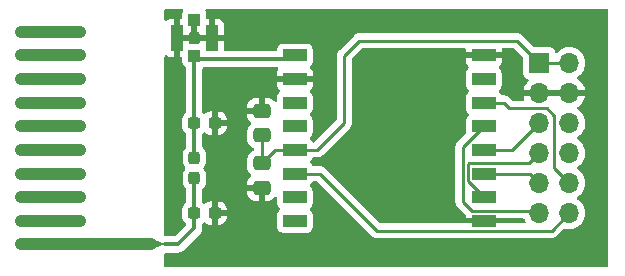
<source format=gbr>
%TF.GenerationSoftware,KiCad,Pcbnew,(6.0.7)*%
%TF.CreationDate,2022-10-03T21:19:44+02:00*%
%TF.ProjectId,RFM9xW_868_PMOD,52464d39-7857-45f3-9836-385f504d4f44,rev?*%
%TF.SameCoordinates,Original*%
%TF.FileFunction,Copper,L1,Top*%
%TF.FilePolarity,Positive*%
%FSLAX46Y46*%
G04 Gerber Fmt 4.6, Leading zero omitted, Abs format (unit mm)*
G04 Created by KiCad (PCBNEW (6.0.7)) date 2022-10-03 21:19:44*
%MOMM*%
%LPD*%
G01*
G04 APERTURE LIST*
G04 Aperture macros list*
%AMRoundRect*
0 Rectangle with rounded corners*
0 $1 Rounding radius*
0 $2 $3 $4 $5 $6 $7 $8 $9 X,Y pos of 4 corners*
0 Add a 4 corners polygon primitive as box body*
4,1,4,$2,$3,$4,$5,$6,$7,$8,$9,$2,$3,0*
0 Add four circle primitives for the rounded corners*
1,1,$1+$1,$2,$3*
1,1,$1+$1,$4,$5*
1,1,$1+$1,$6,$7*
1,1,$1+$1,$8,$9*
0 Add four rect primitives between the rounded corners*
20,1,$1+$1,$2,$3,$4,$5,0*
20,1,$1+$1,$4,$5,$6,$7,0*
20,1,$1+$1,$6,$7,$8,$9,0*
20,1,$1+$1,$8,$9,$2,$3,0*%
%AMOutline4P*
0 Free polygon, 4 corners , with rotation*
0 The origin of the aperture is its center*
0 number of corners: always 4*
0 $1 to $8 corner X, Y*
0 $9 Rotation angle, in degrees counterclockwise*
0 create outline with 4 corners*
4,1,4,$1,$2,$3,$4,$5,$6,$7,$8,$1,$2,$9*%
G04 Aperture macros list end*
%TA.AperFunction,EtchedComponent*%
%ADD10C,1.000000*%
%TD*%
%TA.AperFunction,ComponentPad*%
%ADD11R,1.700000X1.700000*%
%TD*%
%TA.AperFunction,ComponentPad*%
%ADD12O,1.700000X1.700000*%
%TD*%
%TA.AperFunction,SMDPad,CuDef*%
%ADD13RoundRect,0.237500X-0.300000X-0.237500X0.300000X-0.237500X0.300000X0.237500X-0.300000X0.237500X0*%
%TD*%
%TA.AperFunction,SMDPad,CuDef*%
%ADD14RoundRect,0.250000X0.475000X-0.337500X0.475000X0.337500X-0.475000X0.337500X-0.475000X-0.337500X0*%
%TD*%
%TA.AperFunction,SMDPad,CuDef*%
%ADD15RoundRect,0.237500X-0.237500X0.287500X-0.237500X-0.287500X0.237500X-0.287500X0.237500X0.287500X0*%
%TD*%
%TA.AperFunction,SMDPad,CuDef*%
%ADD16R,2.000000X1.000000*%
%TD*%
%TA.AperFunction,SMDPad,CuDef*%
%ADD17R,1.000000X1.000000*%
%TD*%
%TA.AperFunction,SMDPad,CuDef*%
%ADD18R,1.050000X2.200000*%
%TD*%
%TA.AperFunction,ComponentPad*%
%ADD19C,1.000000*%
%TD*%
%TA.AperFunction,SMDPad,CuDef*%
%ADD20Outline4P,-0.350000X-0.400000X0.350000X-0.400000X0.050000X0.400000X-0.050000X0.400000X270.000000*%
%TD*%
%TA.AperFunction,SMDPad,CuDef*%
%ADD21RoundRect,0.250000X-0.475000X0.337500X-0.475000X-0.337500X0.475000X-0.337500X0.475000X0.337500X0*%
%TD*%
%TA.AperFunction,Conductor*%
%ADD22C,0.250000*%
%TD*%
%TA.AperFunction,Conductor*%
%ADD23C,0.380000*%
%TD*%
G04 APERTURE END LIST*
D10*
%TO.C,AE1*%
X105960000Y-50530000D02*
X110960000Y-50530000D01*
X105960000Y-40530000D02*
X110960000Y-40530000D01*
X105960000Y-46530000D02*
X110960000Y-46530000D01*
X116960000Y-58530000D02*
X105960000Y-58530000D01*
X105960000Y-44530000D02*
X110960000Y-44530000D01*
X105960000Y-56530000D02*
X110960000Y-56530000D01*
X105960000Y-48530000D02*
X110960000Y-48530000D01*
X105960000Y-54530000D02*
X110960000Y-54530000D01*
X105960000Y-42530000D02*
X110960000Y-42530000D01*
X105960000Y-52530000D02*
X110960000Y-52530000D01*
%TD*%
D11*
%TO.P,J1,1,Pin_1*%
%TO.N,VCC*%
X149860000Y-43180000D03*
D12*
%TO.P,J1,2,Pin_2*%
X152400000Y-43180000D03*
%TO.P,J1,3,Pin_3*%
%TO.N,GND*%
X149860000Y-45720000D03*
%TO.P,J1,4,Pin_4*%
X152400000Y-45720000D03*
%TO.P,J1,5,Pin_5*%
%TO.N,SCK*%
X149860000Y-48260000D03*
%TO.P,J1,6,Pin_6*%
%TO.N,unconnected-(J1-Pad6)*%
X152400000Y-48260000D03*
%TO.P,J1,7,Pin_7*%
%TO.N,MISO*%
X149860000Y-50800000D03*
%TO.P,J1,8,Pin_8*%
%TO.N,unconnected-(J1-Pad8)*%
X152400000Y-50800000D03*
%TO.P,J1,9,Pin_9*%
%TO.N,MOSI*%
X149860000Y-53340000D03*
%TO.P,J1,10,Pin_10*%
%TO.N,nRESET*%
X152400000Y-53340000D03*
%TO.P,J1,11,Pin_11*%
%TO.N,nCS*%
X149860000Y-55880000D03*
%TO.P,J1,12,Pin_12*%
%TO.N,DIO0*%
X152400000Y-55880000D03*
%TD*%
D13*
%TO.P,C3,1*%
%TO.N,Net-(C3-Pad1)*%
X120650000Y-48260000D03*
%TO.P,C3,2*%
%TO.N,GND*%
X122375000Y-48260000D03*
%TD*%
D14*
%TO.P,C1,1*%
%TO.N,VCC*%
X126365000Y-49297500D03*
%TO.P,C1,2*%
%TO.N,GND*%
X126365000Y-47222500D03*
%TD*%
D15*
%TO.P,L1,1*%
%TO.N,Net-(C3-Pad1)*%
X120650000Y-51195000D03*
%TO.P,L1,2*%
%TO.N,Net-(AE1-Pad1)*%
X120650000Y-52945000D03*
%TD*%
D16*
%TO.P,U1,1,GND*%
%TO.N,GND*%
X145160000Y-56530000D03*
%TO.P,U1,2,MISO*%
%TO.N,MISO*%
X145160000Y-54530000D03*
%TO.P,U1,3,MOSI*%
%TO.N,MOSI*%
X145160000Y-52530000D03*
%TO.P,U1,4,SCK*%
%TO.N,SCK*%
X145160000Y-50530000D03*
%TO.P,U1,5,NSS*%
%TO.N,nCS*%
X145160000Y-48530000D03*
%TO.P,U1,6,RESET*%
%TO.N,nRESET*%
X145160000Y-46530000D03*
%TO.P,U1,7,DIO5*%
%TO.N,unconnected-(U1-Pad7)*%
X145160000Y-44530000D03*
%TO.P,U1,8,GND*%
%TO.N,GND*%
X145160000Y-42530000D03*
%TO.P,U1,9,ANT*%
%TO.N,Net-(C3-Pad1)*%
X129160000Y-42530000D03*
%TO.P,U1,10,GND*%
%TO.N,GND*%
X129160000Y-44530000D03*
%TO.P,U1,11,DIO3*%
%TO.N,unconnected-(U1-Pad11)*%
X129160000Y-46530000D03*
%TO.P,U1,12,DIO4*%
%TO.N,unconnected-(U1-Pad12)*%
X129160000Y-48530000D03*
%TO.P,U1,13,3.3V*%
%TO.N,VCC*%
X129160000Y-50530000D03*
%TO.P,U1,14,DIO0*%
%TO.N,DIO0*%
X129160000Y-52530000D03*
%TO.P,U1,15,DIO1*%
%TO.N,unconnected-(U1-Pad15)*%
X129160000Y-54530000D03*
%TO.P,U1,16,DIO2*%
%TO.N,unconnected-(U1-Pad16)*%
X129160000Y-56530000D03*
%TD*%
D13*
%TO.P,C4,1*%
%TO.N,Net-(AE1-Pad1)*%
X120650000Y-55880000D03*
%TO.P,C4,2*%
%TO.N,GND*%
X122375000Y-55880000D03*
%TD*%
D17*
%TO.P,J2,1,In*%
%TO.N,Net-(C3-Pad1)*%
X120650000Y-42545000D03*
%TO.P,J2,2,Ext*%
%TO.N,GND*%
X120650000Y-39545000D03*
D18*
X122125000Y-41045000D03*
X119175000Y-41045000D03*
%TD*%
D19*
%TO.P,AE1,*%
%TO.N,*%
X105960000Y-44530000D03*
X110960000Y-56530000D03*
X110960000Y-54530000D03*
X110960000Y-46530000D03*
X110960000Y-40530000D03*
X105960000Y-46530000D03*
X105960000Y-52530000D03*
X105960000Y-48530000D03*
X105960000Y-54530000D03*
X105960000Y-58530000D03*
X105960000Y-56530000D03*
X105960000Y-50530000D03*
X110960000Y-48530000D03*
X110960000Y-44530000D03*
X105960000Y-40530000D03*
X110960000Y-42530000D03*
X110960000Y-50530000D03*
X110960000Y-52530000D03*
X105960000Y-42530000D03*
D20*
%TO.P,AE1,1,A*%
%TO.N,Net-(AE1-Pad1)*%
X117660000Y-58530000D03*
%TD*%
D21*
%TO.P,C2,1*%
%TO.N,VCC*%
X126365000Y-51667500D03*
%TO.P,C2,2*%
%TO.N,GND*%
X126365000Y-53742500D03*
%TD*%
D22*
%TO.N,DIO0*%
X131270000Y-52530000D02*
X136095000Y-57355000D01*
X150925000Y-57355000D02*
X152400000Y-55880000D01*
X129160000Y-52530000D02*
X131270000Y-52530000D01*
X136095000Y-57355000D02*
X150925000Y-57355000D01*
%TO.N,nRESET*%
X150495000Y-46990000D02*
X147320000Y-46990000D01*
X151130000Y-52070000D02*
X151130000Y-47625000D01*
X147320000Y-46990000D02*
X146860000Y-46530000D01*
X152400000Y-53340000D02*
X151130000Y-52070000D01*
X151130000Y-47625000D02*
X150495000Y-46990000D01*
X146860000Y-46530000D02*
X145160000Y-46530000D01*
%TO.N,nCS*%
X144145000Y-55705000D02*
X149685000Y-55705000D01*
X149685000Y-55705000D02*
X149860000Y-55880000D01*
X143385000Y-54945000D02*
X144145000Y-55705000D01*
X145160000Y-48530000D02*
X143385000Y-50305000D01*
X143385000Y-50305000D02*
X143385000Y-54945000D01*
%TO.N,SCK*%
X147590000Y-50530000D02*
X149860000Y-48260000D01*
X145160000Y-50530000D02*
X147590000Y-50530000D01*
%TO.N,MOSI*%
X149050000Y-52530000D02*
X149860000Y-53340000D01*
X145160000Y-52530000D02*
X149050000Y-52530000D01*
%TO.N,MISO*%
X143835000Y-51745000D02*
X143930000Y-51650000D01*
X145160000Y-54530000D02*
X143835000Y-53205000D01*
X143930000Y-51650000D02*
X149010000Y-51650000D01*
X149010000Y-51650000D02*
X149860000Y-50800000D01*
X143835000Y-53205000D02*
X143835000Y-51745000D01*
%TO.N,VCC*%
X147955000Y-41275000D02*
X149860000Y-43180000D01*
X134620000Y-41275000D02*
X147955000Y-41275000D01*
X133350000Y-48260000D02*
X133350000Y-42545000D01*
X126365000Y-51667500D02*
X126365000Y-49297500D01*
X126365000Y-51667500D02*
X127502500Y-50530000D01*
X152400000Y-43180000D02*
X149860000Y-43180000D01*
X131080000Y-50530000D02*
X133350000Y-48260000D01*
X129160000Y-50530000D02*
X131080000Y-50530000D01*
X127502500Y-50530000D02*
X129160000Y-50530000D01*
X133350000Y-42545000D02*
X134620000Y-41275000D01*
D23*
%TO.N,Net-(AE1-Pad1)*%
X120650000Y-57150000D02*
X119270000Y-58530000D01*
X119270000Y-58530000D02*
X118150000Y-58530000D01*
X120650000Y-52945000D02*
X120650000Y-55880000D01*
X120650000Y-55880000D02*
X120650000Y-57150000D01*
%TO.N,Net-(C3-Pad1)*%
X127925000Y-42835000D02*
X128855000Y-42835000D01*
X123050000Y-42835000D02*
X120940000Y-42835000D01*
X120940000Y-42835000D02*
X120650000Y-42545000D01*
X120650000Y-48260000D02*
X120650000Y-42545000D01*
X123050000Y-42835000D02*
X127925000Y-42835000D01*
X128855000Y-42835000D02*
X129160000Y-42530000D01*
X120650000Y-48260000D02*
X120650000Y-51195000D01*
%TD*%
%TA.AperFunction,Conductor*%
%TO.N,GND*%
G36*
X119665192Y-38620502D02*
G01*
X119711685Y-38674158D01*
X119721789Y-38744432D01*
X119707590Y-38787010D01*
X119696678Y-38806940D01*
X119651522Y-38927394D01*
X119647895Y-38942649D01*
X119642369Y-38993514D01*
X119642000Y-39000328D01*
X119642000Y-39311000D01*
X119621998Y-39379121D01*
X119568342Y-39425614D01*
X119516000Y-39437000D01*
X119447115Y-39437000D01*
X119431876Y-39441475D01*
X119430671Y-39442865D01*
X119429000Y-39450548D01*
X119429000Y-40772885D01*
X119433475Y-40788124D01*
X119434865Y-40789329D01*
X119442548Y-40791000D01*
X120189884Y-40791000D01*
X120205123Y-40786525D01*
X120206328Y-40785135D01*
X120207999Y-40777452D01*
X120207999Y-40679000D01*
X120228001Y-40610879D01*
X120281657Y-40564386D01*
X120333999Y-40553000D01*
X120377885Y-40553000D01*
X120393124Y-40548525D01*
X120394329Y-40547135D01*
X120396000Y-40539452D01*
X120396000Y-39417000D01*
X120416002Y-39348879D01*
X120469658Y-39302386D01*
X120522000Y-39291000D01*
X120778000Y-39291000D01*
X120846121Y-39311002D01*
X120892614Y-39364658D01*
X120904000Y-39417000D01*
X120904000Y-40534884D01*
X120908475Y-40550123D01*
X120909865Y-40551328D01*
X120917548Y-40552999D01*
X120966000Y-40552999D01*
X121034121Y-40573001D01*
X121080614Y-40626657D01*
X121092000Y-40678999D01*
X121092000Y-40772885D01*
X121096475Y-40788124D01*
X121097865Y-40789329D01*
X121105548Y-40791000D01*
X121852885Y-40791000D01*
X121868124Y-40786525D01*
X121869329Y-40785135D01*
X121871000Y-40777452D01*
X121871000Y-40772885D01*
X122379000Y-40772885D01*
X122383475Y-40788124D01*
X122384865Y-40789329D01*
X122392548Y-40791000D01*
X123139884Y-40791000D01*
X123155123Y-40786525D01*
X123156328Y-40785135D01*
X123157999Y-40777452D01*
X123157999Y-39900331D01*
X123157629Y-39893510D01*
X123152105Y-39842648D01*
X123148479Y-39827396D01*
X123103324Y-39706946D01*
X123094786Y-39691351D01*
X123018285Y-39589276D01*
X123005724Y-39576715D01*
X122903649Y-39500214D01*
X122888054Y-39491676D01*
X122767606Y-39446522D01*
X122752351Y-39442895D01*
X122701486Y-39437369D01*
X122694672Y-39437000D01*
X122397115Y-39437000D01*
X122381876Y-39441475D01*
X122380671Y-39442865D01*
X122379000Y-39450548D01*
X122379000Y-40772885D01*
X121871000Y-40772885D01*
X121871000Y-39455116D01*
X121866525Y-39439877D01*
X121865135Y-39438672D01*
X121857452Y-39437001D01*
X121783999Y-39437001D01*
X121715878Y-39416999D01*
X121669385Y-39363343D01*
X121657999Y-39311001D01*
X121657999Y-39000331D01*
X121657629Y-38993510D01*
X121652105Y-38942648D01*
X121648479Y-38927396D01*
X121603322Y-38806940D01*
X121592410Y-38787010D01*
X121577240Y-38717653D01*
X121601976Y-38651105D01*
X121658764Y-38608494D01*
X121702929Y-38600500D01*
X155583500Y-38600500D01*
X155651621Y-38620502D01*
X155698114Y-38674158D01*
X155709500Y-38726500D01*
X155709500Y-60333500D01*
X155689498Y-60401621D01*
X155635842Y-60448114D01*
X155583500Y-60459500D01*
X118236000Y-60459500D01*
X118167879Y-60439498D01*
X118121386Y-60385842D01*
X118110000Y-60333500D01*
X118110000Y-59346500D01*
X118130002Y-59278379D01*
X118183658Y-59231886D01*
X118236000Y-59220500D01*
X119241715Y-59220500D01*
X119250284Y-59220792D01*
X119306403Y-59224618D01*
X119313879Y-59223313D01*
X119313883Y-59223313D01*
X119367661Y-59213927D01*
X119374187Y-59212964D01*
X119428372Y-59206407D01*
X119428380Y-59206405D01*
X119435917Y-59205493D01*
X119443021Y-59202809D01*
X119447269Y-59201765D01*
X119459338Y-59198463D01*
X119463551Y-59197191D01*
X119471042Y-59195884D01*
X119478001Y-59192829D01*
X119478005Y-59192828D01*
X119527981Y-59170890D01*
X119534077Y-59168402D01*
X119592255Y-59146418D01*
X119598512Y-59142117D01*
X119602360Y-59140106D01*
X119613350Y-59133989D01*
X119617116Y-59131762D01*
X119624075Y-59128707D01*
X119673414Y-59090847D01*
X119678723Y-59086990D01*
X119729989Y-59051756D01*
X119770326Y-59006483D01*
X119775306Y-59001208D01*
X121118254Y-57658261D01*
X121124520Y-57652407D01*
X121161185Y-57620422D01*
X121166910Y-57615428D01*
X121202670Y-57564547D01*
X121206602Y-57559253D01*
X121229147Y-57530500D01*
X121244967Y-57510324D01*
X121248092Y-57503403D01*
X121250347Y-57499680D01*
X121256565Y-57488779D01*
X121258638Y-57484912D01*
X121263009Y-57478693D01*
X121285601Y-57420747D01*
X121288146Y-57414692D01*
X121310619Y-57364921D01*
X121310619Y-57364920D01*
X121313742Y-57358004D01*
X121315126Y-57350540D01*
X121316421Y-57346406D01*
X121319867Y-57334313D01*
X121320960Y-57330055D01*
X121323718Y-57322981D01*
X121331836Y-57261322D01*
X121332862Y-57254847D01*
X121344199Y-57193676D01*
X121340709Y-57133145D01*
X121340500Y-57125892D01*
X121340500Y-56813959D01*
X121360502Y-56745838D01*
X121400199Y-56706814D01*
X121405299Y-56703658D01*
X121405301Y-56703656D01*
X121411528Y-56699803D01*
X121418109Y-56693210D01*
X121419311Y-56692553D01*
X121422437Y-56690075D01*
X121422861Y-56690610D01*
X121480390Y-56659129D01*
X121551210Y-56664129D01*
X121596301Y-56693050D01*
X121604628Y-56701362D01*
X121616040Y-56710375D01*
X121751563Y-56793912D01*
X121764741Y-56800056D01*
X121916266Y-56850315D01*
X121929632Y-56853181D01*
X122022270Y-56862672D01*
X122028685Y-56863000D01*
X122102885Y-56863000D01*
X122118124Y-56858525D01*
X122119329Y-56857135D01*
X122121000Y-56849452D01*
X122121000Y-56844885D01*
X122629000Y-56844885D01*
X122633475Y-56860124D01*
X122634865Y-56861329D01*
X122642548Y-56863000D01*
X122721266Y-56863000D01*
X122727782Y-56862663D01*
X122821632Y-56852925D01*
X122835028Y-56850032D01*
X122986453Y-56799512D01*
X122999615Y-56793347D01*
X123134992Y-56709574D01*
X123146390Y-56700540D01*
X123258863Y-56587871D01*
X123267875Y-56576460D01*
X123351412Y-56440937D01*
X123357556Y-56427759D01*
X123407815Y-56276234D01*
X123410681Y-56262868D01*
X123420172Y-56170230D01*
X123420500Y-56163815D01*
X123420500Y-56152115D01*
X123416025Y-56136876D01*
X123414635Y-56135671D01*
X123406952Y-56134000D01*
X122647115Y-56134000D01*
X122631876Y-56138475D01*
X122630671Y-56139865D01*
X122629000Y-56147548D01*
X122629000Y-56844885D01*
X122121000Y-56844885D01*
X122121000Y-55607885D01*
X122629000Y-55607885D01*
X122633475Y-55623124D01*
X122634865Y-55624329D01*
X122642548Y-55626000D01*
X123402385Y-55626000D01*
X123417624Y-55621525D01*
X123418829Y-55620135D01*
X123420500Y-55612452D01*
X123420500Y-55596234D01*
X123420163Y-55589718D01*
X123410425Y-55495868D01*
X123407532Y-55482472D01*
X123357012Y-55331047D01*
X123350847Y-55317885D01*
X123267074Y-55182508D01*
X123258040Y-55171110D01*
X123145371Y-55058637D01*
X123133960Y-55049625D01*
X122998437Y-54966088D01*
X122985259Y-54959944D01*
X122833734Y-54909685D01*
X122820368Y-54906819D01*
X122727730Y-54897328D01*
X122721315Y-54897000D01*
X122647115Y-54897000D01*
X122631876Y-54901475D01*
X122630671Y-54902865D01*
X122629000Y-54910548D01*
X122629000Y-55607885D01*
X122121000Y-55607885D01*
X122121000Y-54915115D01*
X122116525Y-54899876D01*
X122115135Y-54898671D01*
X122107452Y-54897000D01*
X122028734Y-54897000D01*
X122022218Y-54897337D01*
X121928368Y-54907075D01*
X121914972Y-54909968D01*
X121763547Y-54960488D01*
X121750385Y-54966653D01*
X121615008Y-55050426D01*
X121603611Y-55059460D01*
X121596282Y-55066801D01*
X121533999Y-55100881D01*
X121463179Y-55095878D01*
X121418095Y-55066962D01*
X121415692Y-55064564D01*
X121410511Y-55059392D01*
X121400381Y-55053148D01*
X121352890Y-55000376D01*
X121340500Y-54945890D01*
X121340500Y-54127095D01*
X125132001Y-54127095D01*
X125132338Y-54133614D01*
X125142257Y-54229206D01*
X125145149Y-54242600D01*
X125196588Y-54396784D01*
X125202761Y-54409962D01*
X125288063Y-54547807D01*
X125297099Y-54559208D01*
X125411829Y-54673739D01*
X125423240Y-54682751D01*
X125561243Y-54767816D01*
X125574424Y-54773963D01*
X125728710Y-54825138D01*
X125742086Y-54828005D01*
X125836438Y-54837672D01*
X125842854Y-54838000D01*
X126092885Y-54838000D01*
X126108124Y-54833525D01*
X126109329Y-54832135D01*
X126111000Y-54824452D01*
X126111000Y-54014615D01*
X126106525Y-53999376D01*
X126105135Y-53998171D01*
X126097452Y-53996500D01*
X125150116Y-53996500D01*
X125134877Y-54000975D01*
X125133672Y-54002365D01*
X125132001Y-54010048D01*
X125132001Y-54127095D01*
X121340500Y-54127095D01*
X121340500Y-53875473D01*
X121360502Y-53807352D01*
X121377327Y-53786455D01*
X121465437Y-53698191D01*
X121470608Y-53693011D01*
X121483280Y-53672454D01*
X121519002Y-53614500D01*
X121560908Y-53546516D01*
X121566387Y-53529999D01*
X121586160Y-53470385D01*
X125132000Y-53470385D01*
X125136475Y-53485624D01*
X125137865Y-53486829D01*
X125145548Y-53488500D01*
X126493000Y-53488500D01*
X126561121Y-53508502D01*
X126607614Y-53562158D01*
X126619000Y-53614500D01*
X126619000Y-54819884D01*
X126623475Y-54835123D01*
X126624865Y-54836328D01*
X126632548Y-54837999D01*
X126887095Y-54837999D01*
X126893614Y-54837662D01*
X126989206Y-54827743D01*
X127002600Y-54824851D01*
X127156784Y-54773412D01*
X127169962Y-54767239D01*
X127307807Y-54681937D01*
X127319208Y-54672901D01*
X127433738Y-54558172D01*
X127434621Y-54557054D01*
X127435418Y-54556489D01*
X127438910Y-54552991D01*
X127439509Y-54553589D01*
X127492539Y-54515993D01*
X127563462Y-54512763D01*
X127624873Y-54548390D01*
X127657274Y-54611562D01*
X127659501Y-54635145D01*
X127659501Y-55077376D01*
X127659870Y-55080770D01*
X127659870Y-55080776D01*
X127661511Y-55095878D01*
X127666149Y-55138580D01*
X127716474Y-55272824D01*
X127721854Y-55280003D01*
X127721856Y-55280006D01*
X127794241Y-55376587D01*
X127802454Y-55387546D01*
X127840870Y-55416337D01*
X127857998Y-55429174D01*
X127900513Y-55486033D01*
X127905539Y-55556852D01*
X127871479Y-55619145D01*
X127858000Y-55630824D01*
X127802454Y-55672454D01*
X127797072Y-55679635D01*
X127721856Y-55779994D01*
X127721854Y-55779997D01*
X127716474Y-55787176D01*
X127666149Y-55921420D01*
X127659500Y-55982623D01*
X127659501Y-57077376D01*
X127659870Y-57080770D01*
X127659870Y-57080776D01*
X127665165Y-57129520D01*
X127666149Y-57138580D01*
X127716474Y-57272824D01*
X127721854Y-57280003D01*
X127721856Y-57280006D01*
X127766833Y-57340018D01*
X127802454Y-57387546D01*
X127809635Y-57392928D01*
X127909994Y-57468144D01*
X127909997Y-57468146D01*
X127917176Y-57473526D01*
X127970874Y-57493656D01*
X128044025Y-57521079D01*
X128044027Y-57521079D01*
X128051420Y-57523851D01*
X128059270Y-57524704D01*
X128059271Y-57524704D01*
X128109217Y-57530130D01*
X128112623Y-57530500D01*
X129159846Y-57530500D01*
X130207376Y-57530499D01*
X130210770Y-57530130D01*
X130210776Y-57530130D01*
X130260722Y-57524705D01*
X130260726Y-57524704D01*
X130268580Y-57523851D01*
X130402824Y-57473526D01*
X130410003Y-57468146D01*
X130410006Y-57468144D01*
X130510365Y-57392928D01*
X130517546Y-57387546D01*
X130553167Y-57340018D01*
X130598144Y-57280006D01*
X130598146Y-57280003D01*
X130603526Y-57272824D01*
X130653851Y-57138580D01*
X130660500Y-57077377D01*
X130660499Y-55982624D01*
X130653851Y-55921420D01*
X130603526Y-55787176D01*
X130598146Y-55779997D01*
X130598144Y-55779994D01*
X130522928Y-55679635D01*
X130517546Y-55672454D01*
X130462002Y-55630825D01*
X130419487Y-55573967D01*
X130414461Y-55503148D01*
X130448521Y-55440855D01*
X130462002Y-55429174D01*
X130479131Y-55416337D01*
X130517546Y-55387546D01*
X130525759Y-55376587D01*
X130598144Y-55280006D01*
X130598146Y-55280003D01*
X130603526Y-55272824D01*
X130641656Y-55171110D01*
X130651079Y-55145975D01*
X130651079Y-55145973D01*
X130653851Y-55138580D01*
X130660500Y-55077377D01*
X130660499Y-53982624D01*
X130660130Y-53979224D01*
X130654705Y-53929278D01*
X130654704Y-53929274D01*
X130653851Y-53921420D01*
X130603526Y-53787176D01*
X130598146Y-53779997D01*
X130598144Y-53779994D01*
X130522928Y-53679635D01*
X130517546Y-53672454D01*
X130462002Y-53630825D01*
X130419487Y-53573967D01*
X130414461Y-53503148D01*
X130448521Y-53440855D01*
X130462002Y-53429174D01*
X130510366Y-53392927D01*
X130517546Y-53387546D01*
X130525945Y-53376339D01*
X130598144Y-53280006D01*
X130598146Y-53280003D01*
X130603526Y-53272824D01*
X130616854Y-53237271D01*
X130659495Y-53180506D01*
X130726056Y-53155806D01*
X130734836Y-53155500D01*
X130958720Y-53155500D01*
X131026841Y-53175502D01*
X131047815Y-53192405D01*
X135597758Y-57742349D01*
X135605147Y-57750469D01*
X135609214Y-57756877D01*
X135614992Y-57762303D01*
X135658207Y-57802885D01*
X135661049Y-57805640D01*
X135680529Y-57825120D01*
X135683659Y-57827548D01*
X135683741Y-57827620D01*
X135692649Y-57835229D01*
X135724418Y-57865062D01*
X135731365Y-57868881D01*
X135741832Y-57874635D01*
X135758361Y-57885492D01*
X135774064Y-57897673D01*
X135814057Y-57914979D01*
X135824713Y-57920200D01*
X135855955Y-57937376D01*
X135855964Y-57937380D01*
X135862908Y-57941197D01*
X135870584Y-57943168D01*
X135870587Y-57943169D01*
X135882160Y-57946140D01*
X135900865Y-57952544D01*
X135919104Y-57960437D01*
X135962148Y-57967254D01*
X135973771Y-57969662D01*
X136008304Y-57978529D01*
X136008305Y-57978529D01*
X136015981Y-57980500D01*
X136035856Y-57980500D01*
X136055566Y-57982051D01*
X136075196Y-57985160D01*
X136118580Y-57981059D01*
X136130437Y-57980500D01*
X150847297Y-57980500D01*
X150858257Y-57981017D01*
X150865667Y-57982673D01*
X150873593Y-57982424D01*
X150873594Y-57982424D01*
X150932841Y-57980562D01*
X150936799Y-57980500D01*
X150964350Y-57980500D01*
X150968273Y-57980004D01*
X150968388Y-57979997D01*
X150980068Y-57979077D01*
X151023627Y-57977709D01*
X151042716Y-57972163D01*
X151062062Y-57968156D01*
X151081792Y-57965664D01*
X151122323Y-57949616D01*
X151133524Y-57945781D01*
X151175390Y-57933618D01*
X151192499Y-57923500D01*
X151210245Y-57914805D01*
X151228732Y-57907486D01*
X151263991Y-57881869D01*
X151273910Y-57875354D01*
X151304590Y-57857210D01*
X151304594Y-57857207D01*
X151311420Y-57853170D01*
X151325470Y-57839120D01*
X151340504Y-57826279D01*
X151350173Y-57819254D01*
X151356587Y-57814594D01*
X151384370Y-57781010D01*
X151392359Y-57772231D01*
X151943535Y-57221055D01*
X152005847Y-57187029D01*
X152065240Y-57188443D01*
X152152226Y-57211750D01*
X152164592Y-57215063D01*
X152400000Y-57235659D01*
X152635408Y-57215063D01*
X152640723Y-57213639D01*
X152858353Y-57155326D01*
X152858355Y-57155325D01*
X152863663Y-57153903D01*
X152880665Y-57145975D01*
X153072843Y-57056361D01*
X153072848Y-57056358D01*
X153077830Y-57054035D01*
X153082339Y-57050878D01*
X153266890Y-56921654D01*
X153266893Y-56921652D01*
X153271401Y-56918495D01*
X153438495Y-56751401D01*
X153574035Y-56557829D01*
X153673903Y-56343663D01*
X153676182Y-56335160D01*
X153733639Y-56120723D01*
X153733639Y-56120722D01*
X153735063Y-56115408D01*
X153755659Y-55880000D01*
X153735063Y-55644592D01*
X153733639Y-55639277D01*
X153675326Y-55421647D01*
X153675325Y-55421645D01*
X153673903Y-55416337D01*
X153662987Y-55392927D01*
X153576358Y-55207152D01*
X153576356Y-55207149D01*
X153574035Y-55202171D01*
X153438495Y-55008599D01*
X153271401Y-54841505D01*
X153266893Y-54838348D01*
X153266890Y-54838346D01*
X153139408Y-54749082D01*
X153088181Y-54713213D01*
X153043853Y-54657756D01*
X153036544Y-54587137D01*
X153068575Y-54523776D01*
X153088181Y-54506787D01*
X153266890Y-54381654D01*
X153266893Y-54381652D01*
X153271401Y-54378495D01*
X153438495Y-54211401D01*
X153574035Y-54017829D01*
X153577664Y-54010048D01*
X153671580Y-53808645D01*
X153671581Y-53808643D01*
X153673903Y-53803663D01*
X153678586Y-53786188D01*
X153733639Y-53580723D01*
X153733639Y-53580722D01*
X153735063Y-53575408D01*
X153755659Y-53340000D01*
X153735063Y-53104592D01*
X153697521Y-52964481D01*
X153675326Y-52881647D01*
X153675325Y-52881645D01*
X153673903Y-52876337D01*
X153634363Y-52791544D01*
X153576358Y-52667152D01*
X153576356Y-52667149D01*
X153574035Y-52662171D01*
X153438495Y-52468599D01*
X153271401Y-52301505D01*
X153266893Y-52298348D01*
X153266890Y-52298346D01*
X153088181Y-52173213D01*
X153043853Y-52117756D01*
X153036544Y-52047137D01*
X153068575Y-51983776D01*
X153088181Y-51966787D01*
X153266890Y-51841654D01*
X153266893Y-51841652D01*
X153271401Y-51838495D01*
X153438495Y-51671401D01*
X153574035Y-51477829D01*
X153591277Y-51440855D01*
X153671580Y-51268645D01*
X153671581Y-51268643D01*
X153673903Y-51263663D01*
X153705119Y-51147164D01*
X153733639Y-51040723D01*
X153733639Y-51040722D01*
X153735063Y-51035408D01*
X153755659Y-50800000D01*
X153735063Y-50564592D01*
X153701894Y-50440803D01*
X153675326Y-50341647D01*
X153675325Y-50341645D01*
X153673903Y-50336337D01*
X153671580Y-50331355D01*
X153576358Y-50127152D01*
X153576356Y-50127149D01*
X153574035Y-50122171D01*
X153438495Y-49928599D01*
X153271401Y-49761505D01*
X153266893Y-49758348D01*
X153266890Y-49758346D01*
X153088181Y-49633213D01*
X153043853Y-49577756D01*
X153036544Y-49507137D01*
X153068575Y-49443776D01*
X153088181Y-49426787D01*
X153266890Y-49301654D01*
X153266893Y-49301652D01*
X153271401Y-49298495D01*
X153438495Y-49131401D01*
X153574035Y-48937829D01*
X153586950Y-48910134D01*
X153671580Y-48728645D01*
X153671581Y-48728643D01*
X153673903Y-48723663D01*
X153691971Y-48656234D01*
X153733639Y-48500723D01*
X153733639Y-48500722D01*
X153735063Y-48495408D01*
X153755659Y-48260000D01*
X153735063Y-48024592D01*
X153720360Y-47969718D01*
X153675326Y-47801647D01*
X153675325Y-47801645D01*
X153673903Y-47796337D01*
X153636177Y-47715433D01*
X153576358Y-47587152D01*
X153576356Y-47587149D01*
X153574035Y-47582171D01*
X153438495Y-47388599D01*
X153271401Y-47221505D01*
X153266893Y-47218348D01*
X153266890Y-47218346D01*
X153095336Y-47098223D01*
X153051008Y-47042766D01*
X153043699Y-46972147D01*
X153075730Y-46908786D01*
X153098019Y-46890860D01*
X153097737Y-46890465D01*
X153275328Y-46763792D01*
X153283200Y-46757139D01*
X153434052Y-46606812D01*
X153440730Y-46598965D01*
X153565003Y-46426020D01*
X153570313Y-46417183D01*
X153664670Y-46226267D01*
X153668469Y-46216672D01*
X153730377Y-46012910D01*
X153732555Y-46002837D01*
X153733986Y-45991962D01*
X153731775Y-45977778D01*
X153718617Y-45974000D01*
X148543225Y-45974000D01*
X148529694Y-45977973D01*
X148528257Y-45987966D01*
X148558565Y-46122446D01*
X148561644Y-46132275D01*
X148585529Y-46191096D01*
X148592625Y-46261737D01*
X148560403Y-46325001D01*
X148499093Y-46360801D01*
X148468786Y-46364500D01*
X147631281Y-46364500D01*
X147563160Y-46344498D01*
X147542186Y-46327595D01*
X147357242Y-46142651D01*
X147349853Y-46134531D01*
X147345786Y-46128123D01*
X147296793Y-46082115D01*
X147293951Y-46079360D01*
X147274471Y-46059880D01*
X147271341Y-46057452D01*
X147271259Y-46057380D01*
X147262351Y-46049771D01*
X147230582Y-46019938D01*
X147213167Y-46010364D01*
X147196638Y-45999507D01*
X147187200Y-45992186D01*
X147180936Y-45987327D01*
X147140942Y-45970020D01*
X147130282Y-45964798D01*
X147125041Y-45961917D01*
X147092092Y-45943803D01*
X147072836Y-45938859D01*
X147054147Y-45932460D01*
X147035896Y-45924562D01*
X146992841Y-45917743D01*
X146981237Y-45915340D01*
X146939019Y-45904500D01*
X146919144Y-45904500D01*
X146899434Y-45902949D01*
X146887633Y-45901080D01*
X146879804Y-45899840D01*
X146871912Y-45900586D01*
X146836421Y-45903941D01*
X146824563Y-45904500D01*
X146734836Y-45904500D01*
X146666715Y-45884498D01*
X146620222Y-45830842D01*
X146616854Y-45822729D01*
X146606676Y-45795579D01*
X146603526Y-45787176D01*
X146598146Y-45779997D01*
X146598144Y-45779994D01*
X146522928Y-45679635D01*
X146517546Y-45672454D01*
X146462002Y-45630825D01*
X146419487Y-45573967D01*
X146414461Y-45503148D01*
X146448521Y-45440855D01*
X146462002Y-45429174D01*
X146510366Y-45392927D01*
X146517546Y-45387546D01*
X146593745Y-45285875D01*
X146598144Y-45280006D01*
X146598146Y-45280003D01*
X146603526Y-45272824D01*
X146637034Y-45183439D01*
X146651079Y-45145975D01*
X146651079Y-45145973D01*
X146653851Y-45138580D01*
X146660500Y-45077377D01*
X146660499Y-43982624D01*
X146653851Y-43921420D01*
X146603526Y-43787176D01*
X146598146Y-43779997D01*
X146598144Y-43779994D01*
X146522928Y-43679635D01*
X146517546Y-43672454D01*
X146468256Y-43635513D01*
X146425741Y-43578654D01*
X146420715Y-43507835D01*
X146454775Y-43445542D01*
X146468255Y-43433861D01*
X146515726Y-43398283D01*
X146528285Y-43385724D01*
X146604786Y-43283649D01*
X146613324Y-43268054D01*
X146658478Y-43147606D01*
X146662105Y-43132351D01*
X146667631Y-43081486D01*
X146668000Y-43074672D01*
X146668000Y-42802115D01*
X146663525Y-42786876D01*
X146662135Y-42785671D01*
X146654452Y-42784000D01*
X143670116Y-42784000D01*
X143654877Y-42788475D01*
X143653672Y-42789865D01*
X143652001Y-42797548D01*
X143652001Y-43074669D01*
X143652371Y-43081490D01*
X143657895Y-43132352D01*
X143661521Y-43147604D01*
X143706676Y-43268054D01*
X143715214Y-43283649D01*
X143791715Y-43385724D01*
X143804274Y-43398283D01*
X143851745Y-43433861D01*
X143894259Y-43490721D01*
X143899284Y-43561540D01*
X143865224Y-43623833D01*
X143851745Y-43635512D01*
X143802454Y-43672454D01*
X143797072Y-43679635D01*
X143721856Y-43779994D01*
X143721854Y-43779997D01*
X143716474Y-43787176D01*
X143713324Y-43795580D01*
X143669533Y-43912394D01*
X143666149Y-43921420D01*
X143659500Y-43982623D01*
X143659501Y-45077376D01*
X143666149Y-45138580D01*
X143716474Y-45272824D01*
X143721854Y-45280003D01*
X143721856Y-45280006D01*
X143726255Y-45285875D01*
X143802454Y-45387546D01*
X143809634Y-45392927D01*
X143857998Y-45429174D01*
X143900513Y-45486033D01*
X143905539Y-45556852D01*
X143871479Y-45619145D01*
X143858000Y-45630824D01*
X143802454Y-45672454D01*
X143797072Y-45679635D01*
X143721856Y-45779994D01*
X143721854Y-45779997D01*
X143716474Y-45787176D01*
X143666149Y-45921420D01*
X143659500Y-45982623D01*
X143659501Y-47077376D01*
X143659870Y-47080770D01*
X143659870Y-47080776D01*
X143663346Y-47112770D01*
X143666149Y-47138580D01*
X143716474Y-47272824D01*
X143721854Y-47280003D01*
X143721856Y-47280006D01*
X143771806Y-47346653D01*
X143802454Y-47387546D01*
X143815476Y-47397305D01*
X143857998Y-47429174D01*
X143900513Y-47486033D01*
X143905539Y-47556852D01*
X143871479Y-47619145D01*
X143858000Y-47630824D01*
X143802454Y-47672454D01*
X143797072Y-47679635D01*
X143721856Y-47779994D01*
X143721854Y-47779997D01*
X143716474Y-47787176D01*
X143666149Y-47921420D01*
X143659500Y-47982623D01*
X143659501Y-49077376D01*
X143659870Y-49080774D01*
X143660054Y-49084167D01*
X143658788Y-49084236D01*
X143647173Y-49149051D01*
X143623529Y-49181881D01*
X142997645Y-49807764D01*
X142989530Y-49815148D01*
X142983123Y-49819214D01*
X142977697Y-49824992D01*
X142937115Y-49868207D01*
X142934360Y-49871049D01*
X142914880Y-49890529D01*
X142912452Y-49893659D01*
X142912380Y-49893741D01*
X142904771Y-49902649D01*
X142874938Y-49934418D01*
X142871119Y-49941365D01*
X142865365Y-49951832D01*
X142854508Y-49968361D01*
X142842327Y-49984064D01*
X142839179Y-49991339D01*
X142825020Y-50024058D01*
X142819798Y-50034718D01*
X142798803Y-50072908D01*
X142793859Y-50092164D01*
X142787460Y-50110853D01*
X142779562Y-50129104D01*
X142778322Y-50136934D01*
X142772744Y-50172154D01*
X142770340Y-50183763D01*
X142759500Y-50225981D01*
X142759500Y-50245856D01*
X142757949Y-50265566D01*
X142754840Y-50285196D01*
X142758108Y-50319762D01*
X142758941Y-50328579D01*
X142759500Y-50340437D01*
X142759500Y-54867297D01*
X142758983Y-54878257D01*
X142757327Y-54885667D01*
X142757576Y-54893593D01*
X142757576Y-54893594D01*
X142759438Y-54952841D01*
X142759500Y-54956799D01*
X142759500Y-54984350D01*
X142759996Y-54988273D01*
X142760003Y-54988388D01*
X142760923Y-55000068D01*
X142762291Y-55043627D01*
X142766891Y-55059460D01*
X142767836Y-55062712D01*
X142771844Y-55082062D01*
X142774336Y-55101792D01*
X142790384Y-55142323D01*
X142794219Y-55153524D01*
X142806382Y-55195390D01*
X142816498Y-55212494D01*
X142825195Y-55230245D01*
X142832514Y-55248732D01*
X142843912Y-55264420D01*
X142858129Y-55283988D01*
X142864646Y-55293910D01*
X142882790Y-55324590D01*
X142882793Y-55324594D01*
X142886830Y-55331420D01*
X142900880Y-55345470D01*
X142913721Y-55360504D01*
X142925406Y-55376587D01*
X142931514Y-55381640D01*
X142958983Y-55404364D01*
X142967764Y-55412354D01*
X143615096Y-56059687D01*
X143649121Y-56121999D01*
X143652000Y-56148782D01*
X143652000Y-56257885D01*
X143656475Y-56273124D01*
X143657865Y-56274329D01*
X143665548Y-56276000D01*
X143853189Y-56276000D01*
X143899573Y-56284848D01*
X143905956Y-56287375D01*
X143912908Y-56291197D01*
X143932160Y-56296140D01*
X143950865Y-56302544D01*
X143969104Y-56310437D01*
X144012148Y-56317254D01*
X144023771Y-56319662D01*
X144058304Y-56328529D01*
X144058305Y-56328529D01*
X144065981Y-56330500D01*
X144085856Y-56330500D01*
X144105566Y-56332051D01*
X144125196Y-56335160D01*
X144168580Y-56331059D01*
X144180437Y-56330500D01*
X148499688Y-56330500D01*
X148567809Y-56350502D01*
X148613883Y-56403250D01*
X148682431Y-56550250D01*
X148693092Y-56620441D01*
X148664112Y-56685254D01*
X148604693Y-56724111D01*
X148568236Y-56729500D01*
X136406281Y-56729500D01*
X136338160Y-56709498D01*
X136317186Y-56692595D01*
X131767242Y-52142651D01*
X131759853Y-52134531D01*
X131755786Y-52128123D01*
X131706793Y-52082115D01*
X131703951Y-52079360D01*
X131684471Y-52059880D01*
X131681341Y-52057452D01*
X131681259Y-52057380D01*
X131672351Y-52049771D01*
X131640582Y-52019938D01*
X131623167Y-52010364D01*
X131606638Y-51999507D01*
X131597200Y-51992186D01*
X131590936Y-51987327D01*
X131550942Y-51970020D01*
X131540282Y-51964798D01*
X131535041Y-51961917D01*
X131502092Y-51943803D01*
X131482836Y-51938859D01*
X131464147Y-51932460D01*
X131445896Y-51924562D01*
X131402841Y-51917743D01*
X131391237Y-51915340D01*
X131349019Y-51904500D01*
X131329144Y-51904500D01*
X131309434Y-51902949D01*
X131297633Y-51901080D01*
X131289804Y-51899840D01*
X131281912Y-51900586D01*
X131246421Y-51903941D01*
X131234563Y-51904500D01*
X130734836Y-51904500D01*
X130666715Y-51884498D01*
X130620222Y-51830842D01*
X130616854Y-51822729D01*
X130606676Y-51795579D01*
X130603526Y-51787176D01*
X130598146Y-51779997D01*
X130598144Y-51779994D01*
X130522928Y-51679635D01*
X130517546Y-51672454D01*
X130462002Y-51630825D01*
X130419487Y-51573967D01*
X130414461Y-51503148D01*
X130448521Y-51440855D01*
X130462002Y-51429174D01*
X130510366Y-51392927D01*
X130517546Y-51387546D01*
X130595636Y-51283352D01*
X130598144Y-51280006D01*
X130598146Y-51280003D01*
X130603526Y-51272824D01*
X130616854Y-51237271D01*
X130659495Y-51180506D01*
X130726056Y-51155806D01*
X130734836Y-51155500D01*
X131002297Y-51155500D01*
X131013257Y-51156017D01*
X131020667Y-51157673D01*
X131028593Y-51157424D01*
X131028594Y-51157424D01*
X131087841Y-51155562D01*
X131091799Y-51155500D01*
X131119350Y-51155500D01*
X131123273Y-51155004D01*
X131123388Y-51154997D01*
X131135068Y-51154077D01*
X131178627Y-51152709D01*
X131197716Y-51147163D01*
X131217062Y-51143156D01*
X131236792Y-51140664D01*
X131277323Y-51124616D01*
X131288524Y-51120781D01*
X131330390Y-51108618D01*
X131347499Y-51098500D01*
X131365245Y-51089805D01*
X131383732Y-51082486D01*
X131418991Y-51056869D01*
X131428910Y-51050354D01*
X131459590Y-51032210D01*
X131459594Y-51032207D01*
X131466420Y-51028170D01*
X131480470Y-51014120D01*
X131495504Y-51001279D01*
X131505173Y-50994254D01*
X131511587Y-50989594D01*
X131539370Y-50956010D01*
X131547359Y-50947231D01*
X133737346Y-48757244D01*
X133745467Y-48749854D01*
X133751877Y-48745786D01*
X133797901Y-48696776D01*
X133800656Y-48693934D01*
X133820120Y-48674470D01*
X133822546Y-48671342D01*
X133822617Y-48671262D01*
X133830223Y-48662357D01*
X133854638Y-48636358D01*
X133860062Y-48630582D01*
X133869641Y-48613158D01*
X133880492Y-48596640D01*
X133892673Y-48580936D01*
X133907561Y-48546534D01*
X133909984Y-48540934D01*
X133915206Y-48530275D01*
X133925118Y-48512246D01*
X133936197Y-48492092D01*
X133938271Y-48484013D01*
X133941140Y-48472842D01*
X133947544Y-48454138D01*
X133952289Y-48443174D01*
X133952291Y-48443166D01*
X133955438Y-48435895D01*
X133962255Y-48392852D01*
X133964663Y-48381230D01*
X133973528Y-48346704D01*
X133973529Y-48346695D01*
X133975500Y-48339019D01*
X133975500Y-48319144D01*
X133977051Y-48299434D01*
X133978920Y-48287633D01*
X133980160Y-48279804D01*
X133978806Y-48265475D01*
X133976059Y-48236421D01*
X133975500Y-48224563D01*
X133975500Y-42856281D01*
X133995502Y-42788160D01*
X134012405Y-42767185D01*
X134842187Y-41937404D01*
X134904499Y-41903379D01*
X134931282Y-41900500D01*
X143526000Y-41900500D01*
X143594121Y-41920502D01*
X143640614Y-41974158D01*
X143652000Y-42026500D01*
X143652000Y-42257885D01*
X143656475Y-42273124D01*
X143657865Y-42274329D01*
X143665548Y-42276000D01*
X146649884Y-42276000D01*
X146665123Y-42271525D01*
X146666328Y-42270135D01*
X146667999Y-42262452D01*
X146667999Y-42026500D01*
X146688001Y-41958379D01*
X146741657Y-41911886D01*
X146793999Y-41900500D01*
X147643719Y-41900500D01*
X147711840Y-41920502D01*
X147732815Y-41937405D01*
X148472596Y-42677187D01*
X148506621Y-42739499D01*
X148509500Y-42766282D01*
X148509501Y-43420723D01*
X148509501Y-44077376D01*
X148516149Y-44138580D01*
X148566474Y-44272824D01*
X148571854Y-44280003D01*
X148571856Y-44280006D01*
X148647072Y-44380365D01*
X148652454Y-44387546D01*
X148659635Y-44392928D01*
X148759994Y-44468144D01*
X148759997Y-44468146D01*
X148767176Y-44473526D01*
X148850845Y-44504892D01*
X148886972Y-44518435D01*
X148943737Y-44561076D01*
X148968437Y-44627638D01*
X148953230Y-44696986D01*
X148933837Y-44723468D01*
X148804590Y-44858717D01*
X148798104Y-44866727D01*
X148678098Y-45042649D01*
X148673000Y-45051623D01*
X148583338Y-45244783D01*
X148579775Y-45254470D01*
X148524389Y-45454183D01*
X148525912Y-45462607D01*
X148538292Y-45466000D01*
X153718344Y-45466000D01*
X153731875Y-45462027D01*
X153733180Y-45452947D01*
X153691214Y-45285875D01*
X153687894Y-45276124D01*
X153602972Y-45080814D01*
X153598105Y-45071739D01*
X153482426Y-44892926D01*
X153476136Y-44884757D01*
X153332806Y-44727240D01*
X153325273Y-44720215D01*
X153158139Y-44588222D01*
X153149557Y-44582520D01*
X153103863Y-44557296D01*
X153053892Y-44506864D01*
X153039120Y-44437421D01*
X153064236Y-44371015D01*
X153092485Y-44343774D01*
X153266890Y-44221654D01*
X153266893Y-44221652D01*
X153271401Y-44218495D01*
X153438495Y-44051401D01*
X153574035Y-43857829D01*
X153603063Y-43795580D01*
X153671580Y-43648645D01*
X153671581Y-43648643D01*
X153673903Y-43643663D01*
X153678599Y-43626139D01*
X153733639Y-43420723D01*
X153733639Y-43420722D01*
X153735063Y-43415408D01*
X153755659Y-43180000D01*
X153735063Y-42944592D01*
X153733639Y-42939277D01*
X153675326Y-42721647D01*
X153675325Y-42721645D01*
X153673903Y-42716337D01*
X153642282Y-42648525D01*
X153576358Y-42507152D01*
X153576356Y-42507149D01*
X153574035Y-42502171D01*
X153438495Y-42308599D01*
X153271401Y-42141505D01*
X153266893Y-42138348D01*
X153266890Y-42138346D01*
X153082339Y-42009122D01*
X153082336Y-42009120D01*
X153077830Y-42005965D01*
X153072848Y-42003642D01*
X153072843Y-42003639D01*
X152868645Y-41908420D01*
X152868644Y-41908419D01*
X152863663Y-41906097D01*
X152858355Y-41904675D01*
X152858353Y-41904674D01*
X152640723Y-41846361D01*
X152640722Y-41846361D01*
X152635408Y-41844937D01*
X152400000Y-41824341D01*
X152164592Y-41844937D01*
X152159278Y-41846361D01*
X152159277Y-41846361D01*
X151941647Y-41904674D01*
X151941645Y-41904675D01*
X151936337Y-41906097D01*
X151931357Y-41908419D01*
X151931355Y-41908420D01*
X151727152Y-42003642D01*
X151727149Y-42003644D01*
X151722171Y-42005965D01*
X151528599Y-42141505D01*
X151408989Y-42261115D01*
X151346677Y-42295141D01*
X151275862Y-42290076D01*
X151219026Y-42247529D01*
X151201912Y-42216248D01*
X151156677Y-42095581D01*
X151156676Y-42095580D01*
X151153526Y-42087176D01*
X151148146Y-42079997D01*
X151148144Y-42079994D01*
X151072928Y-41979635D01*
X151067546Y-41972454D01*
X151020781Y-41937405D01*
X150960006Y-41891856D01*
X150960003Y-41891854D01*
X150952824Y-41886474D01*
X150845821Y-41846361D01*
X150825975Y-41838921D01*
X150825973Y-41838921D01*
X150818580Y-41836149D01*
X150810730Y-41835296D01*
X150810729Y-41835296D01*
X150760774Y-41829869D01*
X150760773Y-41829869D01*
X150757377Y-41829500D01*
X150673606Y-41829500D01*
X149446282Y-41829501D01*
X149378161Y-41809499D01*
X149357186Y-41792596D01*
X148452236Y-40887645D01*
X148444852Y-40879530D01*
X148440786Y-40873123D01*
X148391793Y-40827115D01*
X148388951Y-40824360D01*
X148369471Y-40804880D01*
X148366341Y-40802452D01*
X148366259Y-40802380D01*
X148357351Y-40794771D01*
X148325582Y-40764938D01*
X148308167Y-40755364D01*
X148291638Y-40744507D01*
X148282200Y-40737186D01*
X148275936Y-40732327D01*
X148235942Y-40715020D01*
X148225282Y-40709798D01*
X148200878Y-40696382D01*
X148187092Y-40688803D01*
X148167836Y-40683859D01*
X148149147Y-40677460D01*
X148130896Y-40669562D01*
X148087841Y-40662743D01*
X148076237Y-40660340D01*
X148034019Y-40649500D01*
X148014144Y-40649500D01*
X147994434Y-40647949D01*
X147982633Y-40646080D01*
X147974804Y-40644840D01*
X147966912Y-40645586D01*
X147931421Y-40648941D01*
X147919563Y-40649500D01*
X134697698Y-40649500D01*
X134686737Y-40648983D01*
X134679332Y-40647328D01*
X134617473Y-40649272D01*
X134612176Y-40649438D01*
X134608219Y-40649500D01*
X134580650Y-40649500D01*
X134576715Y-40649997D01*
X134576605Y-40650004D01*
X134564934Y-40650922D01*
X134533866Y-40651898D01*
X134521373Y-40652291D01*
X134502284Y-40657837D01*
X134482938Y-40661844D01*
X134463208Y-40664336D01*
X134422677Y-40680384D01*
X134411476Y-40684219D01*
X134369610Y-40696382D01*
X134352497Y-40706502D01*
X134334752Y-40715195D01*
X134316268Y-40722514D01*
X134281003Y-40748136D01*
X134271095Y-40754643D01*
X134240402Y-40772794D01*
X134240397Y-40772798D01*
X134233579Y-40776830D01*
X134219526Y-40790883D01*
X134204493Y-40803723D01*
X134188413Y-40815406D01*
X134183360Y-40821514D01*
X134160635Y-40848984D01*
X134152645Y-40857764D01*
X132962651Y-42047758D01*
X132954531Y-42055147D01*
X132948123Y-42059214D01*
X132942697Y-42064992D01*
X132902115Y-42108207D01*
X132899360Y-42111049D01*
X132879880Y-42130529D01*
X132877452Y-42133659D01*
X132877380Y-42133741D01*
X132869771Y-42142649D01*
X132839938Y-42174418D01*
X132836119Y-42181365D01*
X132830365Y-42191832D01*
X132819508Y-42208361D01*
X132807327Y-42224064D01*
X132804179Y-42231339D01*
X132790020Y-42264058D01*
X132784798Y-42274718D01*
X132763803Y-42312908D01*
X132758859Y-42332164D01*
X132752460Y-42350853D01*
X132744562Y-42369104D01*
X132743322Y-42376934D01*
X132737744Y-42412154D01*
X132735340Y-42423763D01*
X132724500Y-42465981D01*
X132724500Y-42485856D01*
X132722949Y-42505566D01*
X132719840Y-42525196D01*
X132720586Y-42533088D01*
X132723941Y-42568579D01*
X132724500Y-42580437D01*
X132724500Y-47948720D01*
X132704498Y-48016841D01*
X132687595Y-48037815D01*
X130857814Y-49867595D01*
X130795502Y-49901621D01*
X130768719Y-49904500D01*
X130734836Y-49904500D01*
X130666715Y-49884498D01*
X130620222Y-49830842D01*
X130616854Y-49822729D01*
X130606676Y-49795579D01*
X130603526Y-49787176D01*
X130598146Y-49779997D01*
X130598144Y-49779994D01*
X130522928Y-49679635D01*
X130517546Y-49672454D01*
X130462002Y-49630825D01*
X130419487Y-49573967D01*
X130414461Y-49503148D01*
X130448521Y-49440855D01*
X130462002Y-49429174D01*
X130510366Y-49392927D01*
X130517546Y-49387546D01*
X130584287Y-49298495D01*
X130598144Y-49280006D01*
X130598146Y-49280003D01*
X130603526Y-49272824D01*
X130653851Y-49138580D01*
X130655462Y-49123756D01*
X130660131Y-49080774D01*
X130660131Y-49080773D01*
X130660500Y-49077377D01*
X130660499Y-47982624D01*
X130659097Y-47969718D01*
X130654705Y-47929278D01*
X130654704Y-47929274D01*
X130653851Y-47921420D01*
X130603526Y-47787176D01*
X130598146Y-47779997D01*
X130598144Y-47779994D01*
X130522928Y-47679635D01*
X130517546Y-47672454D01*
X130462002Y-47630825D01*
X130419487Y-47573967D01*
X130414461Y-47503148D01*
X130448521Y-47440855D01*
X130462002Y-47429174D01*
X130504525Y-47397305D01*
X130517546Y-47387546D01*
X130548194Y-47346653D01*
X130598144Y-47280006D01*
X130598146Y-47280003D01*
X130603526Y-47272824D01*
X130653851Y-47138580D01*
X130660500Y-47077377D01*
X130660499Y-45982624D01*
X130659973Y-45977778D01*
X130654705Y-45929278D01*
X130654704Y-45929274D01*
X130653851Y-45921420D01*
X130603526Y-45787176D01*
X130598146Y-45779997D01*
X130598144Y-45779994D01*
X130522928Y-45679635D01*
X130517546Y-45672454D01*
X130468256Y-45635513D01*
X130425741Y-45578654D01*
X130420715Y-45507835D01*
X130454775Y-45445542D01*
X130468255Y-45433861D01*
X130515726Y-45398283D01*
X130528285Y-45385724D01*
X130604786Y-45283649D01*
X130613324Y-45268054D01*
X130658478Y-45147606D01*
X130662105Y-45132351D01*
X130667631Y-45081486D01*
X130668000Y-45074672D01*
X130668000Y-44802115D01*
X130663525Y-44786876D01*
X130662135Y-44785671D01*
X130654452Y-44784000D01*
X127670116Y-44784000D01*
X127654877Y-44788475D01*
X127653672Y-44789865D01*
X127652001Y-44797548D01*
X127652001Y-45074669D01*
X127652371Y-45081490D01*
X127657895Y-45132352D01*
X127661521Y-45147604D01*
X127706676Y-45268054D01*
X127715214Y-45283649D01*
X127791715Y-45385724D01*
X127804274Y-45398283D01*
X127851745Y-45433861D01*
X127894259Y-45490721D01*
X127899284Y-45561540D01*
X127865224Y-45623833D01*
X127851745Y-45635512D01*
X127802454Y-45672454D01*
X127797072Y-45679635D01*
X127721856Y-45779994D01*
X127721854Y-45779997D01*
X127716474Y-45787176D01*
X127666149Y-45921420D01*
X127659500Y-45982623D01*
X127659500Y-46329866D01*
X127639498Y-46397987D01*
X127585842Y-46444480D01*
X127515568Y-46454584D01*
X127450988Y-46425090D01*
X127434752Y-46408128D01*
X127432899Y-46405790D01*
X127318171Y-46291261D01*
X127306760Y-46282249D01*
X127168757Y-46197184D01*
X127155576Y-46191037D01*
X127001290Y-46139862D01*
X126987914Y-46136995D01*
X126893562Y-46127328D01*
X126887145Y-46127000D01*
X126637115Y-46127000D01*
X126621876Y-46131475D01*
X126620671Y-46132865D01*
X126619000Y-46140548D01*
X126619000Y-47350500D01*
X126598998Y-47418621D01*
X126545342Y-47465114D01*
X126493000Y-47476500D01*
X125150116Y-47476500D01*
X125134877Y-47480975D01*
X125133672Y-47482365D01*
X125132001Y-47490048D01*
X125132001Y-47607095D01*
X125132338Y-47613614D01*
X125142257Y-47709206D01*
X125145149Y-47722600D01*
X125196588Y-47876784D01*
X125202761Y-47889962D01*
X125288063Y-48027807D01*
X125297099Y-48039208D01*
X125411830Y-48153740D01*
X125427255Y-48165922D01*
X125468317Y-48223839D01*
X125471549Y-48294762D01*
X125435923Y-48356173D01*
X125427427Y-48363548D01*
X125426878Y-48363983D01*
X125420655Y-48367834D01*
X125297016Y-48491689D01*
X125293176Y-48497919D01*
X125293175Y-48497920D01*
X125283263Y-48514000D01*
X125205186Y-48640666D01*
X125202881Y-48647614D01*
X125202881Y-48647615D01*
X125170319Y-48745786D01*
X125150090Y-48806772D01*
X125139500Y-48910134D01*
X125139500Y-49684866D01*
X125139837Y-49688112D01*
X125139837Y-49688116D01*
X125149371Y-49779994D01*
X125150359Y-49789519D01*
X125152540Y-49796055D01*
X125152540Y-49796057D01*
X125188105Y-49902658D01*
X125205744Y-49955529D01*
X125297834Y-50104345D01*
X125421689Y-50227984D01*
X125427919Y-50231824D01*
X125427920Y-50231825D01*
X125450683Y-50245856D01*
X125570666Y-50319814D01*
X125653169Y-50347179D01*
X125711527Y-50387610D01*
X125738764Y-50453174D01*
X125739500Y-50466772D01*
X125739500Y-50498227D01*
X125719498Y-50566348D01*
X125665842Y-50612841D01*
X125653376Y-50617751D01*
X125583172Y-50641173D01*
X125569471Y-50645744D01*
X125420655Y-50737834D01*
X125415482Y-50743016D01*
X125408211Y-50750300D01*
X125297016Y-50861689D01*
X125205186Y-51010666D01*
X125202881Y-51017614D01*
X125202881Y-51017615D01*
X125156508Y-51157424D01*
X125150090Y-51176772D01*
X125139500Y-51280134D01*
X125139500Y-52054866D01*
X125139837Y-52058112D01*
X125139837Y-52058116D01*
X125148609Y-52142651D01*
X125150359Y-52159519D01*
X125152540Y-52166055D01*
X125152540Y-52166057D01*
X125162860Y-52196989D01*
X125205744Y-52325529D01*
X125297834Y-52474345D01*
X125303016Y-52479518D01*
X125337219Y-52513661D01*
X125421689Y-52597984D01*
X125427394Y-52601500D01*
X125468309Y-52659209D01*
X125471542Y-52730132D01*
X125435918Y-52791544D01*
X125427418Y-52798922D01*
X125410792Y-52812099D01*
X125296261Y-52926829D01*
X125287249Y-52938240D01*
X125202184Y-53076243D01*
X125196037Y-53089424D01*
X125144862Y-53243710D01*
X125141995Y-53257086D01*
X125132328Y-53351438D01*
X125132000Y-53357855D01*
X125132000Y-53470385D01*
X121586160Y-53470385D01*
X121612922Y-53389700D01*
X121615086Y-53383176D01*
X121617681Y-53357855D01*
X121625172Y-53284733D01*
X121625500Y-53281535D01*
X121625499Y-52608466D01*
X121624772Y-52601452D01*
X121615533Y-52512412D01*
X121614822Y-52505555D01*
X121560359Y-52342310D01*
X121469803Y-52195972D01*
X121439744Y-52165965D01*
X121432899Y-52159132D01*
X121398820Y-52096849D01*
X121403823Y-52026029D01*
X121432744Y-51980941D01*
X121465437Y-51948191D01*
X121470608Y-51943011D01*
X121560908Y-51796516D01*
X121615086Y-51633176D01*
X121625500Y-51531535D01*
X121625499Y-50858466D01*
X121614822Y-50755555D01*
X121560359Y-50592310D01*
X121469803Y-50445972D01*
X121377482Y-50353811D01*
X121343403Y-50291530D01*
X121340500Y-50264639D01*
X121340500Y-49193959D01*
X121360502Y-49125838D01*
X121400199Y-49086814D01*
X121405299Y-49083658D01*
X121405301Y-49083656D01*
X121411528Y-49079803D01*
X121418109Y-49073210D01*
X121419311Y-49072553D01*
X121422437Y-49070075D01*
X121422861Y-49070610D01*
X121480390Y-49039129D01*
X121551210Y-49044129D01*
X121596301Y-49073050D01*
X121604628Y-49081362D01*
X121616040Y-49090375D01*
X121751563Y-49173912D01*
X121764741Y-49180056D01*
X121916266Y-49230315D01*
X121929632Y-49233181D01*
X122022270Y-49242672D01*
X122028685Y-49243000D01*
X122102885Y-49243000D01*
X122118124Y-49238525D01*
X122119329Y-49237135D01*
X122121000Y-49229452D01*
X122121000Y-49224885D01*
X122629000Y-49224885D01*
X122633475Y-49240124D01*
X122634865Y-49241329D01*
X122642548Y-49243000D01*
X122721266Y-49243000D01*
X122727782Y-49242663D01*
X122821632Y-49232925D01*
X122835028Y-49230032D01*
X122986453Y-49179512D01*
X122999615Y-49173347D01*
X123134992Y-49089574D01*
X123146390Y-49080540D01*
X123258863Y-48967871D01*
X123267875Y-48956460D01*
X123351412Y-48820937D01*
X123357556Y-48807759D01*
X123407815Y-48656234D01*
X123410681Y-48642868D01*
X123420172Y-48550230D01*
X123420500Y-48543815D01*
X123420500Y-48532115D01*
X123416025Y-48516876D01*
X123414635Y-48515671D01*
X123406952Y-48514000D01*
X122647115Y-48514000D01*
X122631876Y-48518475D01*
X122630671Y-48519865D01*
X122629000Y-48527548D01*
X122629000Y-49224885D01*
X122121000Y-49224885D01*
X122121000Y-47987885D01*
X122629000Y-47987885D01*
X122633475Y-48003124D01*
X122634865Y-48004329D01*
X122642548Y-48006000D01*
X123402385Y-48006000D01*
X123417624Y-48001525D01*
X123418829Y-48000135D01*
X123420500Y-47992452D01*
X123420500Y-47976234D01*
X123420163Y-47969718D01*
X123410425Y-47875868D01*
X123407532Y-47862472D01*
X123357012Y-47711047D01*
X123350847Y-47697885D01*
X123267074Y-47562508D01*
X123258040Y-47551110D01*
X123145371Y-47438637D01*
X123133960Y-47429625D01*
X122998437Y-47346088D01*
X122985259Y-47339944D01*
X122833734Y-47289685D01*
X122820368Y-47286819D01*
X122727730Y-47277328D01*
X122721315Y-47277000D01*
X122647115Y-47277000D01*
X122631876Y-47281475D01*
X122630671Y-47282865D01*
X122629000Y-47290548D01*
X122629000Y-47987885D01*
X122121000Y-47987885D01*
X122121000Y-47295115D01*
X122116525Y-47279876D01*
X122115135Y-47278671D01*
X122107452Y-47277000D01*
X122028734Y-47277000D01*
X122022218Y-47277337D01*
X121928368Y-47287075D01*
X121914972Y-47289968D01*
X121763547Y-47340488D01*
X121750385Y-47346653D01*
X121615008Y-47430426D01*
X121603611Y-47439460D01*
X121596282Y-47446801D01*
X121533999Y-47480881D01*
X121463179Y-47475878D01*
X121418095Y-47446962D01*
X121415692Y-47444564D01*
X121410511Y-47439392D01*
X121400381Y-47433148D01*
X121352890Y-47380376D01*
X121340500Y-47325890D01*
X121340500Y-46950385D01*
X125132000Y-46950385D01*
X125136475Y-46965624D01*
X125137865Y-46966829D01*
X125145548Y-46968500D01*
X126092885Y-46968500D01*
X126108124Y-46964025D01*
X126109329Y-46962635D01*
X126111000Y-46954952D01*
X126111000Y-46145116D01*
X126106525Y-46129877D01*
X126105135Y-46128672D01*
X126097452Y-46127001D01*
X125842905Y-46127001D01*
X125836386Y-46127338D01*
X125740794Y-46137257D01*
X125727400Y-46140149D01*
X125573216Y-46191588D01*
X125560038Y-46197761D01*
X125422193Y-46283063D01*
X125410792Y-46292099D01*
X125296261Y-46406829D01*
X125287249Y-46418240D01*
X125202184Y-46556243D01*
X125196037Y-46569424D01*
X125144862Y-46723710D01*
X125141995Y-46737086D01*
X125132328Y-46831438D01*
X125132000Y-46837855D01*
X125132000Y-46950385D01*
X121340500Y-46950385D01*
X121340500Y-43651500D01*
X121360502Y-43583379D01*
X121414158Y-43536886D01*
X121466500Y-43525500D01*
X127651326Y-43525500D01*
X127719447Y-43545502D01*
X127765940Y-43599158D01*
X127776044Y-43669432D01*
X127752152Y-43727065D01*
X127715214Y-43776351D01*
X127706676Y-43791946D01*
X127661522Y-43912394D01*
X127657895Y-43927649D01*
X127652369Y-43978514D01*
X127652000Y-43985328D01*
X127652000Y-44257885D01*
X127656475Y-44273124D01*
X127657865Y-44274329D01*
X127665548Y-44276000D01*
X130649884Y-44276000D01*
X130665123Y-44271525D01*
X130666328Y-44270135D01*
X130667999Y-44262452D01*
X130667999Y-43985331D01*
X130667629Y-43978510D01*
X130662105Y-43927648D01*
X130658479Y-43912396D01*
X130613324Y-43791946D01*
X130604786Y-43776351D01*
X130528285Y-43674276D01*
X130515726Y-43661717D01*
X130468255Y-43626139D01*
X130425741Y-43569279D01*
X130420716Y-43498460D01*
X130454776Y-43436167D01*
X130468256Y-43424487D01*
X130510365Y-43392928D01*
X130517546Y-43387546D01*
X130522928Y-43380365D01*
X130598144Y-43280006D01*
X130598146Y-43280003D01*
X130603526Y-43272824D01*
X130640376Y-43174525D01*
X130651079Y-43145975D01*
X130651079Y-43145973D01*
X130653851Y-43138580D01*
X130660500Y-43077377D01*
X130660499Y-41982624D01*
X130660130Y-41979224D01*
X130654705Y-41929278D01*
X130654704Y-41929274D01*
X130653851Y-41921420D01*
X130603526Y-41787176D01*
X130598146Y-41779997D01*
X130598144Y-41779994D01*
X130522928Y-41679635D01*
X130517546Y-41672454D01*
X130510365Y-41667072D01*
X130410006Y-41591856D01*
X130410003Y-41591854D01*
X130402824Y-41586474D01*
X130308593Y-41551149D01*
X130275975Y-41538921D01*
X130275973Y-41538921D01*
X130268580Y-41536149D01*
X130260730Y-41535296D01*
X130260729Y-41535296D01*
X130210774Y-41529869D01*
X130210773Y-41529869D01*
X130207377Y-41529500D01*
X129160154Y-41529500D01*
X128112624Y-41529501D01*
X128109230Y-41529870D01*
X128109224Y-41529870D01*
X128059278Y-41535295D01*
X128059274Y-41535296D01*
X128051420Y-41536149D01*
X127917176Y-41586474D01*
X127909997Y-41591854D01*
X127909994Y-41591856D01*
X127809635Y-41667072D01*
X127802454Y-41672454D01*
X127797072Y-41679635D01*
X127721856Y-41779994D01*
X127721854Y-41779997D01*
X127716474Y-41787176D01*
X127666149Y-41921420D01*
X127665296Y-41929270D01*
X127665296Y-41929271D01*
X127664412Y-41937405D01*
X127659500Y-41982623D01*
X127659500Y-42018500D01*
X127639498Y-42086621D01*
X127585842Y-42133114D01*
X127533500Y-42144500D01*
X123284000Y-42144500D01*
X123215879Y-42124498D01*
X123169386Y-42070842D01*
X123158000Y-42018500D01*
X123158000Y-41317115D01*
X123153525Y-41301876D01*
X123152135Y-41300671D01*
X123144452Y-41299000D01*
X121110115Y-41299000D01*
X121094876Y-41303475D01*
X121093671Y-41304865D01*
X121092000Y-41312548D01*
X121092000Y-41418500D01*
X121071998Y-41486621D01*
X121018342Y-41533114D01*
X120966000Y-41544500D01*
X120649998Y-41544501D01*
X120333998Y-41544501D01*
X120265878Y-41524499D01*
X120219385Y-41470843D01*
X120207999Y-41418501D01*
X120207999Y-41317116D01*
X120203524Y-41301876D01*
X120202134Y-41300671D01*
X120194451Y-41299000D01*
X119447115Y-41299000D01*
X119431876Y-41303475D01*
X119430671Y-41304865D01*
X119429000Y-41312548D01*
X119429000Y-42634884D01*
X119433475Y-42650123D01*
X119434865Y-42651328D01*
X119442548Y-42652999D01*
X119523501Y-42652999D01*
X119591622Y-42673001D01*
X119638115Y-42726657D01*
X119649501Y-42778998D01*
X119649501Y-43092376D01*
X119649870Y-43095770D01*
X119649870Y-43095776D01*
X119654520Y-43138580D01*
X119656149Y-43153580D01*
X119706474Y-43287824D01*
X119711854Y-43295003D01*
X119711856Y-43295006D01*
X119781212Y-43387546D01*
X119792454Y-43402546D01*
X119799635Y-43407928D01*
X119907176Y-43488526D01*
X119905233Y-43491118D01*
X119944150Y-43530115D01*
X119959500Y-43590386D01*
X119959500Y-47326041D01*
X119939498Y-47394162D01*
X119899801Y-47433186D01*
X119894701Y-47436342D01*
X119894699Y-47436344D01*
X119888472Y-47440197D01*
X119766892Y-47561989D01*
X119763052Y-47568219D01*
X119763051Y-47568220D01*
X119755087Y-47581140D01*
X119676592Y-47708484D01*
X119622414Y-47871824D01*
X119621714Y-47878657D01*
X119621713Y-47878661D01*
X119618091Y-47914019D01*
X119612000Y-47973465D01*
X119612001Y-48546534D01*
X119612338Y-48549778D01*
X119612338Y-48549786D01*
X119615570Y-48580936D01*
X119622678Y-48649445D01*
X119677141Y-48812690D01*
X119767697Y-48959028D01*
X119889489Y-49080608D01*
X119899619Y-49086852D01*
X119947110Y-49139624D01*
X119959500Y-49194110D01*
X119959500Y-50264527D01*
X119939498Y-50332648D01*
X119922673Y-50353545D01*
X119838632Y-50437733D01*
X119829392Y-50446989D01*
X119739092Y-50593484D01*
X119736787Y-50600432D01*
X119736787Y-50600433D01*
X119731043Y-50617751D01*
X119684914Y-50756824D01*
X119674500Y-50858465D01*
X119674501Y-51531534D01*
X119674838Y-51534778D01*
X119674838Y-51534786D01*
X119678903Y-51573967D01*
X119685178Y-51634445D01*
X119739641Y-51797690D01*
X119830197Y-51944028D01*
X119835375Y-51949197D01*
X119867101Y-51980868D01*
X119901180Y-52043151D01*
X119896177Y-52113971D01*
X119867256Y-52159059D01*
X119829392Y-52196989D01*
X119739092Y-52343484D01*
X119684914Y-52506824D01*
X119684214Y-52513657D01*
X119684213Y-52513661D01*
X119678653Y-52567931D01*
X119674500Y-52608465D01*
X119674501Y-53281534D01*
X119674838Y-53284778D01*
X119674838Y-53284786D01*
X119679544Y-53330142D01*
X119685178Y-53384445D01*
X119739641Y-53547690D01*
X119830197Y-53694028D01*
X119835375Y-53699197D01*
X119922518Y-53786188D01*
X119956597Y-53848470D01*
X119959500Y-53875361D01*
X119959500Y-54946041D01*
X119939498Y-55014162D01*
X119899801Y-55053186D01*
X119894701Y-55056342D01*
X119894699Y-55056344D01*
X119888472Y-55060197D01*
X119766892Y-55181989D01*
X119763052Y-55188219D01*
X119763051Y-55188220D01*
X119757229Y-55197666D01*
X119676592Y-55328484D01*
X119622414Y-55491824D01*
X119621714Y-55498657D01*
X119621713Y-55498661D01*
X119616153Y-55552931D01*
X119612000Y-55593465D01*
X119612001Y-56166534D01*
X119612338Y-56169778D01*
X119612338Y-56169786D01*
X119617036Y-56215062D01*
X119622678Y-56269445D01*
X119677141Y-56432690D01*
X119767697Y-56579028D01*
X119889489Y-56700608D01*
X119895719Y-56704448D01*
X119895720Y-56704449D01*
X119898183Y-56705967D01*
X119899511Y-56707443D01*
X119901464Y-56708985D01*
X119901200Y-56709319D01*
X119945677Y-56758739D01*
X119957101Y-56828810D01*
X119928827Y-56893934D01*
X119921163Y-56902323D01*
X119020889Y-57802596D01*
X118958577Y-57836621D01*
X118931794Y-57839500D01*
X118236000Y-57839500D01*
X118167879Y-57819498D01*
X118121386Y-57765842D01*
X118110000Y-57713500D01*
X118110000Y-42627068D01*
X118130002Y-42558947D01*
X118183658Y-42512454D01*
X118253932Y-42502350D01*
X118311565Y-42526242D01*
X118396352Y-42589786D01*
X118411946Y-42598324D01*
X118532394Y-42643478D01*
X118547649Y-42647105D01*
X118598514Y-42652631D01*
X118605328Y-42653000D01*
X118902885Y-42653000D01*
X118918124Y-42648525D01*
X118919329Y-42647135D01*
X118921000Y-42639452D01*
X118921000Y-39455116D01*
X118916525Y-39439877D01*
X118915135Y-39438672D01*
X118907452Y-39437001D01*
X118605331Y-39437001D01*
X118598510Y-39437371D01*
X118547648Y-39442895D01*
X118532396Y-39446521D01*
X118411946Y-39491676D01*
X118396352Y-39500214D01*
X118311565Y-39563758D01*
X118245059Y-39588606D01*
X118175676Y-39573553D01*
X118125446Y-39523379D01*
X118110000Y-39462932D01*
X118110000Y-38726500D01*
X118130002Y-38658379D01*
X118183658Y-38611886D01*
X118236000Y-38600500D01*
X119597071Y-38600500D01*
X119665192Y-38620502D01*
G37*
%TD.AperFunction*%
%TD*%
M02*

</source>
